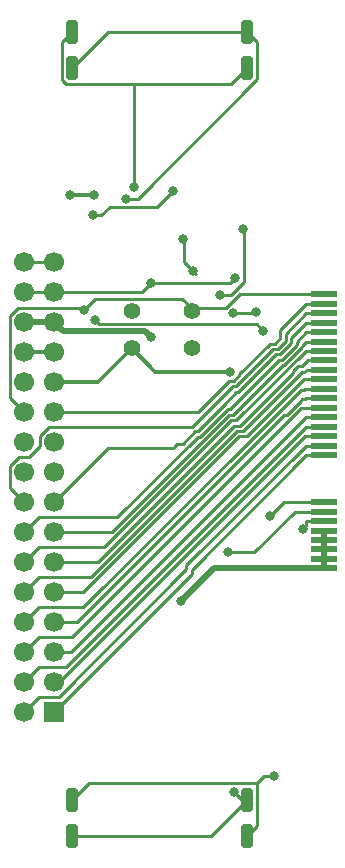
<source format=gbr>
%TF.GenerationSoftware,KiCad,Pcbnew,9.0.2*%
%TF.CreationDate,2025-06-23T14:55:44-04:00*%
%TF.ProjectId,uconsole-expansion-card-template,75636f6e-736f-46c6-952d-657870616e73,0.1*%
%TF.SameCoordinates,Original*%
%TF.FileFunction,Copper,L2,Bot*%
%TF.FilePolarity,Positive*%
%FSLAX46Y46*%
G04 Gerber Fmt 4.6, Leading zero omitted, Abs format (unit mm)*
G04 Created by KiCad (PCBNEW 9.0.2) date 2025-06-23 14:55:44*
%MOMM*%
%LPD*%
G01*
G04 APERTURE LIST*
G04 Aperture macros list*
%AMRoundRect*
0 Rectangle with rounded corners*
0 $1 Rounding radius*
0 $2 $3 $4 $5 $6 $7 $8 $9 X,Y pos of 4 corners*
0 Add a 4 corners polygon primitive as box body*
4,1,4,$2,$3,$4,$5,$6,$7,$8,$9,$2,$3,0*
0 Add four circle primitives for the rounded corners*
1,1,$1+$1,$2,$3*
1,1,$1+$1,$4,$5*
1,1,$1+$1,$6,$7*
1,1,$1+$1,$8,$9*
0 Add four rect primitives between the rounded corners*
20,1,$1+$1,$2,$3,$4,$5,0*
20,1,$1+$1,$4,$5,$6,$7,0*
20,1,$1+$1,$6,$7,$8,$9,0*
20,1,$1+$1,$8,$9,$2,$3,0*%
G04 Aperture macros list end*
%TA.AperFunction,ComponentPad*%
%ADD10C,1.400000*%
%TD*%
%TA.AperFunction,ConnectorPad*%
%ADD11R,2.300000X0.600000*%
%TD*%
%TA.AperFunction,ConnectorPad*%
%ADD12RoundRect,0.250000X0.250000X0.750000X-0.250000X0.750000X-0.250000X-0.750000X0.250000X-0.750000X0*%
%TD*%
%TA.AperFunction,ComponentPad*%
%ADD13R,1.700000X1.700000*%
%TD*%
%TA.AperFunction,ComponentPad*%
%ADD14C,1.700000*%
%TD*%
%TA.AperFunction,ViaPad*%
%ADD15C,0.800000*%
%TD*%
%TA.AperFunction,Conductor*%
%ADD16C,0.300000*%
%TD*%
%TA.AperFunction,Conductor*%
%ADD17C,0.250000*%
%TD*%
%TA.AperFunction,Conductor*%
%ADD18C,0.500000*%
%TD*%
G04 APERTURE END LIST*
D10*
%TO.P,R2,1*%
%TO.N,+3V3*%
X100210000Y-92750000D03*
%TO.P,R2,2*%
%TO.N,unconnected-(R2-Pad2)*%
X105290000Y-92750000D03*
%TD*%
%TO.P,R1,1*%
%TO.N,+3V3*%
X100210000Y-89600000D03*
%TO.P,R1,2*%
%TO.N,/GPIO45{slash}I2C_SCL*%
X105290000Y-89600000D03*
%TD*%
D11*
%TO.P,U3,2,5V*%
%TO.N,+5V*%
X116485000Y-111380000D03*
%TO.P,U3,4,5V*%
X116485000Y-110580000D03*
%TO.P,U3,6,5V*%
X116485000Y-109780000D03*
%TO.P,U3,8,5V*%
X116485000Y-108980000D03*
%TO.P,U3,10,5V*%
X116485000Y-108180000D03*
%TO.P,U3,12,GND*%
%TO.N,GND*%
X116485000Y-107380000D03*
%TO.P,U3,14,SPK_RP*%
%TO.N,/SPEAKER_RP*%
X116485000Y-106580000D03*
%TO.P,U3,16,SPK_RN*%
%TO.N,/SPEAKER_RN*%
X116485000Y-105780000D03*
%TO.P,U3,18,GPIO28*%
%TO.N,/GPIO28*%
X116485000Y-101780000D03*
%TO.P,U3,20,GPIO29*%
%TO.N,/GPIO29*%
X116485000Y-100980000D03*
%TO.P,U3,22,GPIO30*%
%TO.N,/GPIO30*%
X116485000Y-100180000D03*
%TO.P,U3,24,GPIO31*%
%TO.N,/GPIO31*%
X116485000Y-99380000D03*
%TO.P,U3,26,GPIO32*%
%TO.N,/GPIO32*%
X116485000Y-98580000D03*
%TO.P,U3,28,GPIO33*%
%TO.N,/GPIO33*%
X116485000Y-97780000D03*
%TO.P,U3,30,GPIO34*%
%TO.N,/GPIO34*%
X116485000Y-96980000D03*
%TO.P,U3,32,GPIO35*%
%TO.N,/GPIO35*%
X116485000Y-96180000D03*
%TO.P,U3,34,GPIO36*%
%TO.N,/GPIO36*%
X116485000Y-95380000D03*
%TO.P,U3,36,GPIO37*%
%TO.N,/GPIO37*%
X116485000Y-94580000D03*
%TO.P,U3,38,GPIO38*%
%TO.N,/GPIO38*%
X116485000Y-93780000D03*
%TO.P,U3,40,GPIO39*%
%TO.N,/GPIO39*%
X116485000Y-92980000D03*
%TO.P,U3,42,GPIO40*%
%TO.N,/GPIO40*%
X116485000Y-92180000D03*
%TO.P,U3,44,GPIO41*%
%TO.N,/GPIO41*%
X116485000Y-91380000D03*
%TO.P,U3,46,GPIO42*%
%TO.N,/GPIO42{slash}CAM_EN*%
X116485000Y-90580000D03*
%TO.P,U3,48,GPIO43*%
%TO.N,/GPIO43{slash}CAM_LED*%
X116485000Y-89780000D03*
%TO.P,U3,50,GPIO44*%
%TO.N,/GPIO44{slash}I2C_SDA*%
X116485000Y-88980000D03*
%TO.P,U3,52,GPIO45*%
%TO.N,/GPIO45{slash}I2C_SCL*%
X116485000Y-88180000D03*
%TD*%
D12*
%TO.P,U2,1,P1*%
%TO.N,/SPEAKER_LP*%
X109965000Y-131000000D03*
%TO.P,U2,2,N1*%
%TO.N,/SPEAKER_LN*%
X109965000Y-134000000D03*
%TO.P,U2,3,P2*%
%TO.N,/SPEAKER_LP*%
X95195000Y-134000000D03*
%TO.P,U2,4,N2*%
%TO.N,/SPEAKER_LN*%
X95195000Y-131000000D03*
%TD*%
D13*
%TO.P,J1,1,Pin_1*%
%TO.N,/GPIO28*%
X93625000Y-123550000D03*
D14*
%TO.P,J1,2,Pin_2*%
%TO.N,/GPIO29*%
X91085000Y-123550000D03*
%TO.P,J1,3,Pin_3*%
%TO.N,/GPIO30*%
X93625000Y-121010000D03*
%TO.P,J1,4,Pin_4*%
%TO.N,/GPIO31*%
X91085000Y-121010000D03*
%TO.P,J1,5,Pin_5*%
%TO.N,/GPIO32*%
X93625000Y-118470000D03*
%TO.P,J1,6,Pin_6*%
%TO.N,/GPIO33*%
X91085000Y-118470000D03*
%TO.P,J1,7,Pin_7*%
%TO.N,/GPIO34*%
X93625000Y-115930000D03*
%TO.P,J1,8,Pin_8*%
%TO.N,/GPIO35*%
X91085000Y-115930000D03*
%TO.P,J1,9,Pin_9*%
%TO.N,/GPIO36*%
X93625000Y-113390000D03*
%TO.P,J1,10,Pin_10*%
%TO.N,/GPIO37*%
X91085000Y-113390000D03*
%TO.P,J1,11,Pin_11*%
%TO.N,/GPIO38*%
X93625000Y-110850000D03*
%TO.P,J1,12,Pin_12*%
%TO.N,/GPIO39*%
X91085000Y-110850000D03*
%TO.P,J1,13,Pin_13*%
%TO.N,/GPIO40*%
X93625000Y-108310000D03*
%TO.P,J1,14,Pin_14*%
%TO.N,/GPIO41*%
X91085000Y-108310000D03*
%TO.P,J1,15,Pin_15*%
%TO.N,/GPIO42{slash}CAM_EN*%
X93625000Y-105770000D03*
%TO.P,J1,16,Pin_16*%
%TO.N,/GPIO43{slash}CAM_LED*%
X91085000Y-105770000D03*
%TO.P,J1,17,Pin_17*%
%TO.N,/GPIO44{slash}I2C_SDA*%
X93625000Y-103230000D03*
%TO.P,J1,18,Pin_18*%
%TO.N,/GPIO45{slash}I2C_SCL*%
X91085000Y-103230000D03*
%TO.P,J1,19,Pin_19*%
%TO.N,/GPIO44{slash}I2C_SDA*%
X93625000Y-100690000D03*
%TO.P,J1,20,Pin_20*%
%TO.N,/GPIO45{slash}I2C_SCL*%
X91085000Y-100690000D03*
%TO.P,J1,21,Pin_21*%
%TO.N,/GPIO44{slash}I2C_SDA*%
X93625000Y-98150000D03*
%TO.P,J1,22,Pin_22*%
%TO.N,/GPIO45{slash}I2C_SCL*%
X91085000Y-98150000D03*
%TO.P,J1,23,Pin_23*%
%TO.N,+3V3*%
X93625000Y-95610000D03*
%TO.P,J1,24,Pin_24*%
X91085000Y-95610000D03*
%TO.P,J1,25,Pin_25*%
X93625000Y-93070000D03*
%TO.P,J1,26,Pin_26*%
X91085000Y-93070000D03*
%TO.P,J1,27,Pin_27*%
%TO.N,+5V*%
X93625000Y-90530000D03*
%TO.P,J1,28,Pin_28*%
X91085000Y-90530000D03*
%TO.P,J1,29,Pin_29*%
%TO.N,GND*%
X93625000Y-87990000D03*
%TO.P,J1,30,Pin_30*%
X91085000Y-87990000D03*
%TO.P,J1,31,Pin_31*%
X93625000Y-85450000D03*
%TO.P,J1,32,Pin_32*%
X91085000Y-85450000D03*
%TD*%
D12*
%TO.P,U1,1,P1*%
%TO.N,/SPEAKER_RP*%
X109965000Y-66000000D03*
%TO.P,U1,2,N1*%
%TO.N,/SPEAKER_RN*%
X109965000Y-69000000D03*
%TO.P,U1,3,P2*%
%TO.N,/SPEAKER_RP*%
X95195000Y-69000000D03*
%TO.P,U1,4,N2*%
%TO.N,/SPEAKER_RN*%
X95195000Y-66000000D03*
%TD*%
D15*
%TO.N,+3V3*%
X97000000Y-79750000D03*
%TO.N,/GPIO45{slash}I2C_SCL*%
X96175000Y-89473500D03*
%TO.N,+3V3*%
X108562600Y-94761400D03*
X95000000Y-79750000D03*
%TO.N,GND*%
X114706400Y-108045400D03*
X101832400Y-87210400D03*
X108964000Y-86793900D03*
%TO.N,+5V*%
X104416400Y-114138000D03*
X101815500Y-91811100D03*
%TO.N,/CAM1_CN*%
X105418400Y-86190700D03*
X104521900Y-83512600D03*
X108815100Y-89785100D03*
X110720300Y-89709700D03*
%TO.N,/CAM1_CP*%
X103750000Y-79425000D03*
X96972800Y-81500000D03*
X97137100Y-90385600D03*
X111353000Y-91245800D03*
%TO.N,/CAM1_DP2*%
X109639100Y-82641800D03*
X107671800Y-88214100D03*
%TO.N,/SPEAKER_RN*%
X100424600Y-79087100D03*
X111923900Y-106979800D03*
%TO.N,/SPEAKER_RP*%
X99705000Y-80071400D03*
X108399800Y-110007900D03*
%TO.N,/SPEAKER_LN*%
X112227300Y-128950000D03*
%TO.N,/SPEAKER_LP*%
X108839500Y-130319500D03*
%TD*%
D16*
%TO.N,+3V3*%
X95000000Y-79750000D02*
X97000000Y-79750000D01*
D17*
%TO.N,/CAM1_CP*%
X98346000Y-80798200D02*
X102376800Y-80798200D01*
X97644200Y-81500000D02*
X98346000Y-80798200D01*
X102376800Y-80798200D02*
X103750000Y-79425000D01*
X96972800Y-81500000D02*
X97644200Y-81500000D01*
%TO.N,/GPIO43{slash}CAM_LED*%
X116485000Y-89780000D02*
X115008300Y-89780000D01*
X113269900Y-91518400D02*
X115008300Y-89780000D01*
X113269900Y-92105300D02*
X113269900Y-91518400D01*
X112579600Y-92795600D02*
X113269900Y-92105300D01*
X112194900Y-92795600D02*
X112579600Y-92795600D01*
X109050700Y-95939800D02*
X112194900Y-92795600D01*
X108809700Y-95939800D02*
X109050700Y-95939800D01*
X105329500Y-99420000D02*
X108809700Y-95939800D01*
X93224000Y-99420000D02*
X105329500Y-99420000D01*
X92448300Y-100195700D02*
X93224000Y-99420000D01*
X92448300Y-101005600D02*
X92448300Y-100195700D01*
X91493900Y-101960000D02*
X92448300Y-101005600D01*
X90664500Y-101960000D02*
X91493900Y-101960000D01*
X89897300Y-102727200D02*
X90664500Y-101960000D01*
X89897300Y-104582300D02*
X89897300Y-102727200D01*
X91085000Y-105770000D02*
X89897300Y-104582300D01*
%TO.N,/GPIO42{slash}CAM_EN*%
X116485000Y-90580000D02*
X115008300Y-90580000D01*
X98219400Y-101175600D02*
X93625000Y-105770000D01*
X103775700Y-101175600D02*
X98219400Y-101175600D01*
X103803700Y-101147600D02*
X103775700Y-101175600D01*
X103803700Y-101147600D02*
X103775700Y-101175600D01*
X104068300Y-100883000D02*
X103803700Y-101147600D01*
X104505300Y-100883000D02*
X104068300Y-100883000D01*
X104557700Y-100830600D02*
X104505300Y-100883000D01*
X104557700Y-100830600D02*
X104505300Y-100883000D01*
X105616100Y-99772200D02*
X104557700Y-100830600D01*
X105803500Y-99772200D02*
X105616100Y-99772200D01*
X105901500Y-99674200D02*
X105803500Y-99772200D01*
X105901500Y-99674200D02*
X105803500Y-99772200D01*
X113721600Y-91866700D02*
X115008300Y-90580000D01*
X113721600Y-92292400D02*
X113721600Y-91866700D01*
X112766700Y-93247300D02*
X113721600Y-92292400D01*
X112440300Y-93247300D02*
X112766700Y-93247300D01*
X109201400Y-96486200D02*
X112440300Y-93247300D01*
X109089200Y-96486200D02*
X109201400Y-96486200D01*
X108028700Y-97546700D02*
X109089200Y-96486200D01*
X108028700Y-97547000D02*
X108028700Y-97546700D01*
X105901500Y-99674200D02*
X108028700Y-97547000D01*
%TO.N,/GPIO44{slash}I2C_SDA*%
X116485000Y-88980000D02*
X115008300Y-88980000D01*
X112818200Y-91170100D02*
X115008300Y-88980000D01*
X112818200Y-91918200D02*
X112818200Y-91170100D01*
X112392500Y-92343900D02*
X112818200Y-91918200D01*
X111887700Y-92343900D02*
X112392500Y-92343900D01*
X109326800Y-94904800D02*
X111887700Y-92343900D01*
X109326800Y-95024900D02*
X109326800Y-94904800D01*
X108863600Y-95488100D02*
X109326800Y-95024900D01*
X108495200Y-95488100D02*
X108863600Y-95488100D01*
X105833300Y-98150000D02*
X108495200Y-95488100D01*
X93625000Y-98150000D02*
X105833300Y-98150000D01*
%TO.N,/GPIO45{slash}I2C_SCL*%
X96015700Y-89314200D02*
X96175000Y-89473500D01*
X90581400Y-89314200D02*
X96015700Y-89314200D01*
X89891800Y-90003800D02*
X90581400Y-89314200D01*
X89891800Y-96956800D02*
X89891800Y-90003800D01*
X91085000Y-98150000D02*
X89891800Y-96956800D01*
X104467200Y-88554600D02*
X105290000Y-89377400D01*
X97093900Y-88554600D02*
X104467200Y-88554600D01*
X96175000Y-89473500D02*
X97093900Y-88554600D01*
X105290000Y-89377400D02*
X105290000Y-89600000D01*
X108195200Y-89377400D02*
X105290000Y-89377400D01*
X109392600Y-88180000D02*
X108195200Y-89377400D01*
X116485000Y-88180000D02*
X109392600Y-88180000D01*
%TO.N,/GPIO41*%
X116485000Y-91380000D02*
X115008300Y-91380000D01*
X114173300Y-92215000D02*
X115008300Y-91380000D01*
X114173300Y-92479500D02*
X114173300Y-92215000D01*
X112953800Y-93699000D02*
X114173300Y-92479500D01*
X112689300Y-93699000D02*
X112953800Y-93699000D01*
X108521900Y-97866400D02*
X112689300Y-93699000D01*
X108348100Y-97866400D02*
X108521900Y-97866400D01*
X105990600Y-100223900D02*
X108348100Y-97866400D01*
X105803200Y-100223900D02*
X105990600Y-100223900D01*
X98987100Y-107040000D02*
X105803200Y-100223900D01*
X92355000Y-107040000D02*
X98987100Y-107040000D01*
X91085000Y-108310000D02*
X92355000Y-107040000D01*
%TO.N,/GPIO40*%
X116485000Y-92180000D02*
X115008300Y-92180000D01*
X114625000Y-92563300D02*
X115008300Y-92180000D01*
X114625000Y-92666600D02*
X114625000Y-92563300D01*
X113140900Y-94150700D02*
X114625000Y-92666600D01*
X113037600Y-94150700D02*
X113140900Y-94150700D01*
X108797000Y-98391300D02*
X113037600Y-94150700D01*
X108462000Y-98391300D02*
X108797000Y-98391300D01*
X98543300Y-108310000D02*
X108462000Y-98391300D01*
X93625000Y-108310000D02*
X98543300Y-108310000D01*
%TO.N,/GPIO39*%
X116485000Y-92980000D02*
X115008300Y-92980000D01*
X114950400Y-92980000D02*
X115008300Y-92980000D01*
X109087400Y-98843000D02*
X114950400Y-92980000D01*
X108649200Y-98843000D02*
X109087400Y-98843000D01*
X97912200Y-109580000D02*
X108649200Y-98843000D01*
X92355000Y-109580000D02*
X97912200Y-109580000D01*
X91085000Y-110850000D02*
X92355000Y-109580000D01*
%TO.N,/GPIO38*%
X115152400Y-93780000D02*
X116485000Y-93780000D01*
X114933400Y-93999000D02*
X115152400Y-93780000D01*
X114933400Y-93999000D02*
X115152400Y-93780000D01*
X113864500Y-94704700D02*
X114044300Y-94524900D01*
X113864500Y-94808400D02*
X113864500Y-94704700D01*
X109378200Y-99294700D02*
X113864500Y-94808400D01*
X108909800Y-99294700D02*
X109378200Y-99294700D01*
X97354500Y-110850000D02*
X108909800Y-99294700D01*
X93625000Y-110850000D02*
X97354500Y-110850000D01*
X114668800Y-94263600D02*
X114933400Y-93999000D01*
X114305600Y-94263600D02*
X114668800Y-94263600D01*
X114044300Y-94524900D02*
X114305600Y-94263600D01*
X114044300Y-94524900D02*
X114305600Y-94263600D01*
%TO.N,/GPIO37*%
X116485000Y-94580000D02*
X115008300Y-94580000D01*
X114873000Y-94715300D02*
X115008300Y-94580000D01*
X114633500Y-94715300D02*
X114873000Y-94715300D01*
X109602400Y-99746400D02*
X114633500Y-94715300D01*
X109116800Y-99746400D02*
X109602400Y-99746400D01*
X96743200Y-112120000D02*
X109116800Y-99746400D01*
X92355000Y-112120000D02*
X96743200Y-112120000D01*
X91085000Y-113390000D02*
X92355000Y-112120000D01*
%TO.N,/GPIO36*%
X114776900Y-95380000D02*
X116485000Y-95380000D01*
X109958800Y-100198100D02*
X114776900Y-95380000D01*
X109323800Y-100198100D02*
X109958800Y-100198100D01*
X96131900Y-113390000D02*
X109323800Y-100198100D01*
X93625000Y-113390000D02*
X96131900Y-113390000D01*
%TO.N,/GPIO35*%
X114542300Y-96317600D02*
X114778200Y-96317600D01*
X110258600Y-100601300D02*
X114542300Y-96317600D01*
X110194400Y-100601300D02*
X110258600Y-100601300D01*
X96135700Y-114660000D02*
X110194400Y-100601300D01*
X92355000Y-114660000D02*
X96135700Y-114660000D01*
X91085000Y-115930000D02*
X92355000Y-114660000D01*
X114915800Y-96180000D02*
X116485000Y-96180000D01*
X114778200Y-96317600D02*
X114915800Y-96180000D01*
X114778200Y-96317600D02*
X114915800Y-96180000D01*
%TO.N,/GPIO34*%
X116485000Y-96980000D02*
X115008300Y-96980000D01*
X113377700Y-98356900D02*
X114436100Y-97298500D01*
X113141800Y-98356900D02*
X113377700Y-98356900D01*
X95568700Y-115930000D02*
X113141800Y-98356900D01*
X93625000Y-115930000D02*
X95568700Y-115930000D01*
X114904900Y-97083400D02*
X115008300Y-96980000D01*
X114651200Y-97083400D02*
X114904900Y-97083400D01*
X114436100Y-97298500D02*
X114651200Y-97083400D01*
X114436100Y-97298500D02*
X114651200Y-97083400D01*
%TO.N,/GPIO33*%
X95173400Y-117200000D02*
X114358600Y-98014800D01*
X92355000Y-117200000D02*
X95173400Y-117200000D01*
X91085000Y-118470000D02*
X92355000Y-117200000D01*
X114593400Y-97780000D02*
X116485000Y-97780000D01*
X114358600Y-98014800D02*
X114593400Y-97780000D01*
X114358600Y-98014800D02*
X114593400Y-97780000D01*
%TO.N,/GPIO32*%
X95118300Y-118470000D02*
X93625000Y-118470000D01*
X115008300Y-98580000D02*
X95118300Y-118470000D01*
X116485000Y-98580000D02*
X115008300Y-98580000D01*
%TO.N,/GPIO31*%
X94648300Y-119740000D02*
X115008300Y-99380000D01*
X92355000Y-119740000D02*
X94648300Y-119740000D01*
X91085000Y-121010000D02*
X92355000Y-119740000D01*
X116485000Y-99380000D02*
X115008300Y-99380000D01*
%TO.N,/GPIO30*%
X114920400Y-100180000D02*
X116485000Y-100180000D01*
X94090400Y-121010000D02*
X114920400Y-100180000D01*
X93625000Y-121010000D02*
X94090400Y-121010000D01*
%TO.N,/GPIO29*%
X116485000Y-100980000D02*
X115008300Y-100980000D01*
X92355000Y-122280000D02*
X91085000Y-123550000D01*
X94034700Y-122280000D02*
X92355000Y-122280000D01*
X104851300Y-111463400D02*
X94034700Y-122280000D01*
X104851300Y-111137000D02*
X104851300Y-111463400D01*
X115008300Y-100980000D02*
X104851300Y-111137000D01*
%TO.N,/GPIO28*%
X116485000Y-101780000D02*
X115008300Y-101780000D01*
X105303000Y-111872000D02*
X93625000Y-123550000D01*
X105303000Y-111485300D02*
X105303000Y-111872000D01*
X115008300Y-101780000D02*
X105303000Y-111485300D01*
D16*
%TO.N,+3V3*%
X91085000Y-93070000D02*
X93625000Y-93070000D01*
X97350000Y-95610000D02*
X93625000Y-95610000D01*
X100210000Y-92750000D02*
X97350000Y-95610000D01*
X108562600Y-94761300D02*
X108562600Y-94761400D01*
X102221300Y-94761300D02*
X108562600Y-94761300D01*
X100210000Y-92750000D02*
X102221300Y-94761300D01*
D17*
%TO.N,GND*%
X91085000Y-85450000D02*
X93625000Y-85450000D01*
X93625000Y-87990000D02*
X91085000Y-87990000D01*
X115008300Y-107743500D02*
X114706400Y-108045400D01*
X115008300Y-107380000D02*
X115008300Y-107743500D01*
X116485000Y-107380000D02*
X115008300Y-107380000D01*
X101052800Y-87990000D02*
X93625000Y-87990000D01*
X101832400Y-87210400D02*
X101052800Y-87990000D01*
X108547500Y-87210400D02*
X101832400Y-87210400D01*
X108964000Y-86793900D02*
X108547500Y-87210400D01*
D18*
%TO.N,+5V*%
X116485000Y-108180000D02*
X116485000Y-108980000D01*
X116485000Y-109780000D02*
X116485000Y-110580000D01*
X116485000Y-109780000D02*
X116485000Y-108980000D01*
X116485000Y-111380000D02*
X116485000Y-110580000D01*
X107174400Y-111380000D02*
X104416400Y-114138000D01*
X116485000Y-111380000D02*
X107174400Y-111380000D01*
X91085000Y-90530000D02*
X93625000Y-90530000D01*
X101329200Y-91324800D02*
X101815500Y-91811100D01*
X94419800Y-91324800D02*
X101329200Y-91324800D01*
X93625000Y-90530000D02*
X94419800Y-91324800D01*
D17*
%TO.N,/CAM1_CN*%
X104660100Y-85432400D02*
X104660100Y-83650800D01*
X105418400Y-86190700D02*
X104660100Y-85432400D01*
X110644900Y-89785100D02*
X110720300Y-89709700D01*
X108815100Y-89785100D02*
X110644900Y-89785100D01*
X104660100Y-83650800D02*
X104521900Y-83512600D01*
X104521900Y-83512600D02*
X104500000Y-83490700D01*
X104500000Y-83490700D02*
X104521900Y-83512600D01*
X105418400Y-86190700D02*
X105688900Y-86461200D01*
X105688900Y-86461200D02*
X105418400Y-86190700D01*
X110720300Y-89709700D02*
X110720300Y-89816300D01*
X110720300Y-89816300D02*
X110720300Y-89709700D01*
%TO.N,/CAM1_CP*%
X110793800Y-90686600D02*
X111353000Y-91245800D01*
X97438100Y-90686600D02*
X110793800Y-90686600D01*
X97137100Y-90385600D02*
X97438100Y-90686600D01*
X97137100Y-90385600D02*
X96972800Y-90221300D01*
X96972800Y-90221300D02*
X97137100Y-90385600D01*
%TO.N,/CAM1_DP2*%
X109690700Y-82693400D02*
X109639100Y-82641800D01*
X109690700Y-87121700D02*
X109690700Y-82693400D01*
X108598300Y-88214100D02*
X109690700Y-87121700D01*
X107671800Y-88214100D02*
X108598300Y-88214100D01*
%TO.N,/SPEAKER_RN*%
X94358100Y-66836900D02*
X95195000Y-66000000D01*
X94358100Y-70003300D02*
X94358100Y-66836900D01*
X94689300Y-70334500D02*
X94358100Y-70003300D01*
X100424600Y-70334500D02*
X94689300Y-70334500D01*
X113123700Y-105780000D02*
X116485000Y-105780000D01*
X111923900Y-106979800D02*
X113123700Y-105780000D01*
X100424600Y-70334500D02*
X100424600Y-79087100D01*
X108630500Y-70334500D02*
X100424600Y-70334500D01*
X109965000Y-69000000D02*
X108630500Y-70334500D01*
%TO.N,/SPEAKER_RP*%
X98195000Y-66000000D02*
X109965000Y-66000000D01*
X95195000Y-69000000D02*
X98195000Y-66000000D01*
X99705000Y-80072900D02*
X99705000Y-80073000D01*
X100737200Y-80072900D02*
X99705000Y-80072900D01*
X110822300Y-69987800D02*
X100737200Y-80072900D01*
X110822300Y-66857300D02*
X110822300Y-69987800D01*
X109965000Y-66000000D02*
X110822300Y-66857300D01*
X114004300Y-106580000D02*
X116485000Y-106580000D01*
X110576400Y-110007900D02*
X114004300Y-106580000D01*
X108399800Y-110007900D02*
X110576400Y-110007900D01*
X99705000Y-80073000D02*
X99705000Y-80071400D01*
X99705000Y-80071400D02*
X99706600Y-80071400D01*
X99706600Y-80071400D02*
X99705000Y-80071400D01*
%TO.N,/SPEAKER_LN*%
X110812100Y-133152900D02*
X110812100Y-129592800D01*
X109965000Y-134000000D02*
X110812100Y-133152900D01*
X96602200Y-129592800D02*
X95195000Y-131000000D01*
X110812100Y-129592800D02*
X96602200Y-129592800D01*
X111454900Y-128950000D02*
X110812100Y-129592800D01*
X112227300Y-128950000D02*
X111454900Y-128950000D01*
%TO.N,/SPEAKER_LP*%
X106965000Y-134000000D02*
X109965000Y-131000000D01*
X95195000Y-134000000D02*
X106965000Y-134000000D01*
X109520000Y-131000000D02*
X108839500Y-130319500D01*
X109965000Y-131000000D02*
X109520000Y-131000000D01*
%TD*%
M02*

</source>
